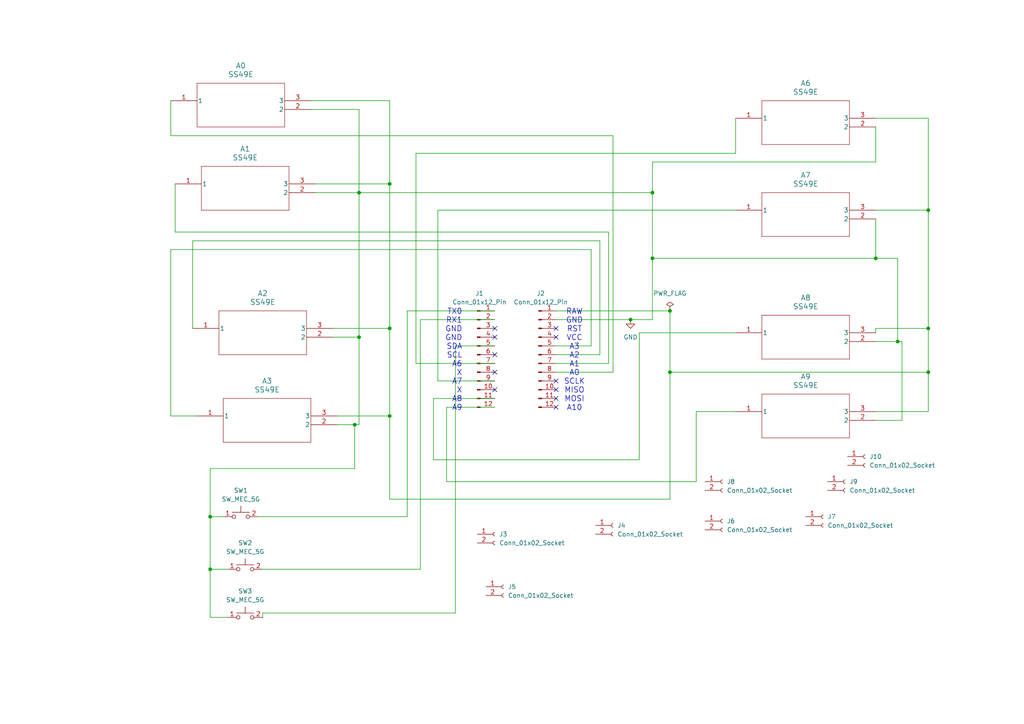
<source format=kicad_sch>
(kicad_sch (version 20231120) (generator "eeschema") (generator_version "8.0")
  (paper "A4")
  (lib_symbols
    (symbol "2024-10-18_22-27-39:SS49E" (pin_names (offset 0.254))
      (property "Reference" "U" (at 20.32 10.16 0))
      (property "Value" "SS49E" (at 20.32 7.62 0))
      (symbol "SS49E_0_1"
        (polyline (pts (xy 7.62 -7.62) (xy 33.02 -7.62)) (stroke (width 0.127)))
        (polyline (pts (xy 7.62 5.08) (xy 7.62 -7.62)) (stroke (width 0.127)))
        (polyline (pts (xy 33.02 -7.62) (xy 33.02 5.08)) (stroke (width 0.127)))
        (polyline (pts (xy 33.02 5.08) (xy 7.62 5.08)) (stroke (width 0.127)))
        (pin unspecified line (at 0 0 0) (length 7.62) (name "1") (number "1"))
        (pin unspecified line (at 40.64 -2.54 180) (length 7.62) (name "2") (number "2"))
        (pin unspecified line (at 40.64 0 180) (length 7.62) (name "3") (number "3"))
      )
    )
    (symbol "Connector:Conn_01x02_Socket" (pin_names (offset 1.016) hide)
      (property "Reference" "J" (at 0 2.54 0))
      (property "Value" "Conn_01x02_Socket" (at 0 -5.08 0))
      (symbol "Conn_01x02_Socket_1_1"
        (arc (start 0 -2.032) (mid -0.5058 -2.54) (end 0 -3.048) (stroke (width 0.1524)))
        (polyline (pts (xy -1.27 -2.54) (xy -0.508 -2.54)) (stroke (width 0.1524)))
        (polyline (pts (xy -1.27 0) (xy -0.508 0)) (stroke (width 0.1524)))
        (arc (start 0 0.508) (mid -0.5058 0) (end 0 -0.508) (stroke (width 0.1524)))
        (pin passive line (at -5.08 0 0) (length 3.81) (name "Pin_1") (number "1"))
        (pin passive line (at -5.08 -2.54 0) (length 3.81) (name "Pin_2") (number "2"))
      )
    )
    (symbol "Connector:Conn_01x12_Pin" (pin_names (offset 1.016) hide)
      (property "Reference" "J" (at 0 15.24 0))
      (property "Value" "Conn_01x12_Pin" (at 0 -17.78 0))
      (symbol "Conn_01x12_Pin_1_1"
        (polyline (pts (xy 1.27 -15.24) (xy 0.8636 -15.24)) (stroke (width 0.1524)))
        (polyline (pts (xy 1.27 -12.7) (xy 0.8636 -12.7)) (stroke (width 0.1524)))
        (polyline (pts (xy 1.27 -10.16) (xy 0.8636 -10.16)) (stroke (width 0.1524)))
        (polyline (pts (xy 1.27 -7.62) (xy 0.8636 -7.62)) (stroke (width 0.1524)))
        (polyline (pts (xy 1.27 -5.08) (xy 0.8636 -5.08)) (stroke (width 0.1524)))
        (polyline (pts (xy 1.27 -2.54) (xy 0.8636 -2.54)) (stroke (width 0.1524)))
        (polyline (pts (xy 1.27 0) (xy 0.8636 0)) (stroke (width 0.1524)))
        (polyline (pts (xy 1.27 2.54) (xy 0.8636 2.54)) (stroke (width 0.1524)))
        (polyline (pts (xy 1.27 5.08) (xy 0.8636 5.08)) (stroke (width 0.1524)))
        (polyline (pts (xy 1.27 7.62) (xy 0.8636 7.62)) (stroke (width 0.1524)))
        (polyline (pts (xy 1.27 10.16) (xy 0.8636 10.16)) (stroke (width 0.1524)))
        (polyline (pts (xy 1.27 12.7) (xy 0.8636 12.7)) (stroke (width 0.1524)))
        (rectangle (start 0.8636 -15.113) (end 0 -15.367) (stroke (width 0.1524)) (fill (type outline)))
        (rectangle (start 0.8636 -12.573) (end 0 -12.827) (stroke (width 0.1524)) (fill (type outline)))
        (rectangle (start 0.8636 -10.033) (end 0 -10.287) (stroke (width 0.1524)) (fill (type outline)))
        (rectangle (start 0.8636 -7.493) (end 0 -7.747) (stroke (width 0.1524)) (fill (type outline)))
        (rectangle (start 0.8636 -4.953) (end 0 -5.207) (stroke (width 0.1524)) (fill (type outline)))
        (rectangle (start 0.8636 -2.413) (end 0 -2.667) (stroke (width 0.1524)) (fill (type outline)))
        (rectangle (start 0.8636 0.127) (end 0 -0.127) (stroke (width 0.1524)) (fill (type outline)))
        (rectangle (start 0.8636 2.667) (end 0 2.413) (stroke (width 0.1524)) (fill (type outline)))
        (rectangle (start 0.8636 5.207) (end 0 4.953) (stroke (width 0.1524)) (fill (type outline)))
        (rectangle (start 0.8636 7.747) (end 0 7.493) (stroke (width 0.1524)) (fill (type outline)))
        (rectangle (start 0.8636 10.287) (end 0 10.033) (stroke (width 0.1524)) (fill (type outline)))
        (rectangle (start 0.8636 12.827) (end 0 12.573) (stroke (width 0.1524)) (fill (type outline)))
        (pin passive line (at 5.08 12.7 180) (length 3.81) (name "Pin_1") (number "1"))
        (pin passive line (at 5.08 -10.16 180) (length 3.81) (name "Pin_10") (number "10"))
        (pin passive line (at 5.08 -12.7 180) (length 3.81) (name "Pin_11") (number "11"))
        (pin passive line (at 5.08 -15.24 180) (length 3.81) (name "Pin_12") (number "12"))
        (pin passive line (at 5.08 10.16 180) (length 3.81) (name "Pin_2") (number "2"))
        (pin passive line (at 5.08 7.62 180) (length 3.81) (name "Pin_3") (number "3"))
        (pin passive line (at 5.08 5.08 180) (length 3.81) (name "Pin_4") (number "4"))
        (pin passive line (at 5.08 2.54 180) (length 3.81) (name "Pin_5") (number "5"))
        (pin passive line (at 5.08 0 180) (length 3.81) (name "Pin_6") (number "6"))
        (pin passive line (at 5.08 -2.54 180) (length 3.81) (name "Pin_7") (number "7"))
        (pin passive line (at 5.08 -5.08 180) (length 3.81) (name "Pin_8") (number "8"))
        (pin passive line (at 5.08 -7.62 180) (length 3.81) (name "Pin_9") (number "9"))
      )
    )
    (symbol "SW_Push_1" (pin_names (offset 1.016) hide)
      (property "Reference" "SW" (at 1.27 2.54 0))
      (property "Value" "SW_Push" (at 0 -1.524 0))
      (symbol "SW_Push_1_0_1"
        (circle (center -2.032 0) (radius 0.508))
        (polyline (pts (xy 0 1.27) (xy 0 3.048)))
        (polyline (pts (xy 2.54 1.27) (xy -2.54 1.27)))
        (circle (center 2.032 0) (radius 0.508))
        (pin passive line (at -5.08 0 0) (length 2.54) (name "1") (number "1"))
        (pin passive line (at 5.08 0 180) (length 2.54) (name "2") (number "2"))
      )
    )
    (symbol "SW_Push_2" (pin_names (offset 1.016) hide)
      (property "Reference" "SW" (at 1.27 2.54 0))
      (property "Value" "SW_Push" (at 0 -1.524 0))
      (symbol "SW_Push_2_0_1"
        (circle (center -2.032 0) (radius 0.508))
        (polyline (pts (xy 0 1.27) (xy 0 3.048)))
        (polyline (pts (xy 2.54 1.27) (xy -2.54 1.27)))
        (circle (center 2.032 0) (radius 0.508))
        (pin passive line (at -5.08 0 0) (length 2.54) (name "1") (number "1"))
        (pin passive line (at 5.08 0 180) (length 2.54) (name "2") (number "2"))
      )
    )
    (symbol "Switch:SW_Push" (pin_names (offset 1.016) hide)
      (property "Reference" "SW" (at 1.27 2.54 0))
      (property "Value" "SW_Push" (at 0 -1.524 0))
      (symbol "SW_Push_0_1"
        (circle (center -2.032 0) (radius 0.508))
        (polyline (pts (xy 0 1.27) (xy 0 3.048)))
        (polyline (pts (xy 2.54 1.27) (xy -2.54 1.27)))
        (circle (center 2.032 0) (radius 0.508))
        (pin passive line (at -5.08 0 0) (length 2.54) (name "1") (number "1"))
        (pin passive line (at 5.08 0 180) (length 2.54) (name "2") (number "2"))
      )
    )
    (symbol "power:GND" (power) (pin_numbers hide) (pin_names (offset 0) hide)
      (property "Value" "GND" (at 0 -3.81 0))
      (symbol "GND_0_1"
        (polyline (pts (xy 0 0) (xy 0 -1.27) (xy 1.27 -1.27) (xy 0 -2.54) (xy -1.27 -1.27) (xy 0 -1.27)))
      )
      (symbol "GND_1_1"
        (pin power_in line (at 0 0 270) (length 0) (name "~") (number "1"))
      )
    )
    (symbol "power:PWR_FLAG" (power) (pin_numbers hide) (pin_names (offset 0) hide)
      (property "Value" "PWR_FLAG" (at 0 3.81 0))
      (symbol "PWR_FLAG_0_0"
        (pin power_out line (at 0 0 90) (length 0) (name "~") (number "1"))
      )
      (symbol "PWR_FLAG_0_1"
        (polyline (pts (xy 0 0) (xy 0 1.27) (xy -1.016 1.905) (xy 0 2.54) (xy 1.016 1.905) (xy 0 1.27)))
      )
    )
  )
  (junction (at 269.24 107.95))
  (junction (at 113.03 95.25))
  (junction (at 60.96 149.86))
  (junction (at 260.35 99.06))
  (junction (at 194.31 107.95))
  (junction (at 113.03 53.34))
  (junction (at 269.24 95.25))
  (junction (at 254 74.93))
  (junction (at 189.23 74.93))
  (junction (at 182.88 92.71))
  (junction (at 113.03 120.65))
  (junction (at 194.31 90.17))
  (junction (at 60.96 165.1))
  (junction (at 189.23 55.88))
  (junction (at 104.14 55.88))
  (junction (at 102.87 123.19))
  (junction (at 269.24 60.96))
  (junction (at 104.14 97.79))
  (no_connect (at 161.29 97.79))
  (no_connect (at 161.29 118.11))
  (no_connect (at 143.51 102.87))
  (no_connect (at 143.51 97.79))
  (no_connect (at 161.29 110.49))
  (no_connect (at 161.29 115.57))
  (no_connect (at 161.29 95.25))
  (no_connect (at 143.51 113.03))
  (no_connect (at 143.51 95.25))
  (no_connect (at 143.51 107.95))
  (no_connect (at 161.29 113.03))
  (wire (pts (xy 129.54 139.7) (xy 201.93 139.7)))
  (wire (pts (xy 113.03 53.34) (xy 91.44 53.34)))
  (wire (pts (xy 102.87 123.19) (xy 102.87 135.89)))
  (wire (pts (xy 254 46.99) (xy 254 36.83)))
  (wire (pts (xy 189.23 55.88) (xy 189.23 74.93)))
  (wire (pts (xy 97.79 123.19) (xy 102.87 123.19)))
  (wire (pts (xy 125.73 133.35) (xy 125.73 115.57)))
  (wire (pts (xy 55.88 69.85) (xy 173.99 69.85)))
  (wire (pts (xy 49.53 29.21) (xy 49.53 39.37)))
  (wire (pts (xy 254 63.5) (xy 254 74.93)))
  (wire (pts (xy 194.31 90.17) (xy 194.31 107.95)))
  (wire (pts (xy 269.24 95.25) (xy 269.24 107.95)))
  (wire (pts (xy 55.88 95.25) (xy 55.88 69.85)))
  (wire (pts (xy 91.44 55.88) (xy 104.14 55.88)))
  (wire (pts (xy 254 34.29) (xy 269.24 34.29)))
  (wire (pts (xy 269.24 107.95) (xy 194.31 107.95)))
  (wire (pts (xy 261.62 121.92) (xy 261.62 99.06)))
  (wire (pts (xy 49.53 39.37) (xy 177.8 39.37)))
  (wire (pts (xy 97.79 120.65) (xy 113.03 120.65)))
  (wire (pts (xy 185.42 96.52) (xy 185.42 133.35)))
  (wire (pts (xy 254 119.38) (xy 269.24 119.38)))
  (wire (pts (xy 120.65 105.41) (xy 143.51 105.41)))
  (wire (pts (xy 201.93 119.38) (xy 213.36 119.38)))
  (wire (pts (xy 185.42 133.35) (xy 125.73 133.35)))
  (wire (pts (xy 113.03 53.34) (xy 113.03 29.21)))
  (wire (pts (xy 60.96 179.07) (xy 60.96 165.1)))
  (wire (pts (xy 118.11 90.17) (xy 143.51 90.17)))
  (wire (pts (xy 127 110.49) (xy 127 60.96)))
  (wire (pts (xy 49.53 120.65) (xy 57.15 120.65)))
  (wire (pts (xy 132.08 100.33) (xy 132.08 177.8)))
  (wire (pts (xy 113.03 120.65) (xy 113.03 95.25)))
  (wire (pts (xy 189.23 46.99) (xy 254 46.99)))
  (wire (pts (xy 104.14 55.88) (xy 189.23 55.88)))
  (wire (pts (xy 213.36 96.52) (xy 185.42 96.52)))
  (wire (pts (xy 113.03 120.65) (xy 113.03 144.78)))
  (wire (pts (xy 176.53 67.31) (xy 176.53 105.41)))
  (wire (pts (xy 113.03 29.21) (xy 90.17 29.21)))
  (wire (pts (xy 127 110.49) (xy 143.51 110.49)))
  (wire (pts (xy 161.29 107.95) (xy 177.8 107.95)))
  (wire (pts (xy 121.92 92.71) (xy 143.51 92.71)))
  (wire (pts (xy 269.24 60.96) (xy 269.24 95.25)))
  (wire (pts (xy 269.24 34.29) (xy 269.24 60.96)))
  (wire (pts (xy 171.45 72.39) (xy 171.45 100.33)))
  (wire (pts (xy 161.29 100.33) (xy 171.45 100.33)))
  (wire (pts (xy 161.29 90.17) (xy 194.31 90.17)))
  (wire (pts (xy 194.31 144.78) (xy 194.31 107.95)))
  (wire (pts (xy 269.24 107.95) (xy 269.24 119.38)))
  (wire (pts (xy 261.62 99.06) (xy 260.35 99.06)))
  (wire (pts (xy 125.73 115.57) (xy 143.51 115.57)))
  (wire (pts (xy 269.24 60.96) (xy 254 60.96)))
  (wire (pts (xy 64.77 149.86) (xy 60.96 149.86)))
  (wire (pts (xy 66.04 179.07) (xy 60.96 179.07)))
  (wire (pts (xy 113.03 95.25) (xy 96.52 95.25)))
  (wire (pts (xy 127 60.96) (xy 213.36 60.96)))
  (wire (pts (xy 129.54 118.11) (xy 143.51 118.11)))
  (wire (pts (xy 102.87 123.19) (xy 104.14 123.19)))
  (wire (pts (xy 254 99.06) (xy 260.35 99.06)))
  (wire (pts (xy 260.35 99.06) (xy 260.35 74.93)))
  (wire (pts (xy 129.54 118.11) (xy 129.54 139.7)))
  (wire (pts (xy 60.96 149.86) (xy 60.96 135.89)))
  (wire (pts (xy 201.93 139.7) (xy 201.93 119.38)))
  (wire (pts (xy 171.45 72.39) (xy 49.53 72.39)))
  (wire (pts (xy 161.29 92.71) (xy 182.88 92.71)))
  (wire (pts (xy 189.23 74.93) (xy 189.23 92.71)))
  (wire (pts (xy 113.03 144.78) (xy 194.31 144.78)))
  (wire (pts (xy 50.8 67.31) (xy 176.53 67.31)))
  (wire (pts (xy 173.99 69.85) (xy 173.99 102.87)))
  (wire (pts (xy 60.96 149.86) (xy 60.96 165.1)))
  (wire (pts (xy 121.92 165.1) (xy 76.2 165.1)))
  (wire (pts (xy 104.14 55.88) (xy 104.14 97.79)))
  (wire (pts (xy 254 121.92) (xy 261.62 121.92)))
  (wire (pts (xy 260.35 74.93) (xy 254 74.93)))
  (wire (pts (xy 161.29 102.87) (xy 173.99 102.87)))
  (wire (pts (xy 161.29 105.41) (xy 176.53 105.41)))
  (wire (pts (xy 189.23 55.88) (xy 189.23 46.99)))
  (wire (pts (xy 182.88 92.71) (xy 189.23 92.71)))
  (wire (pts (xy 118.11 90.17) (xy 118.11 149.86)))
  (wire (pts (xy 120.65 44.45) (xy 120.65 105.41)))
  (wire (pts (xy 113.03 95.25) (xy 113.03 53.34)))
  (wire (pts (xy 90.17 31.75) (xy 104.14 31.75)))
  (wire (pts (xy 104.14 97.79) (xy 104.14 123.19)))
  (wire (pts (xy 132.08 177.8) (xy 76.2 177.8)))
  (wire (pts (xy 49.53 72.39) (xy 49.53 120.65)))
  (wire (pts (xy 213.36 44.45) (xy 120.65 44.45)))
  (wire (pts (xy 50.8 53.34) (xy 50.8 67.31)))
  (wire (pts (xy 121.92 92.71) (xy 121.92 165.1)))
  (wire (pts (xy 189.23 74.93) (xy 254 74.93)))
  (wire (pts (xy 118.11 149.86) (xy 74.93 149.86)))
  (wire (pts (xy 60.96 165.1) (xy 66.04 165.1)))
  (wire (pts (xy 104.14 31.75) (xy 104.14 55.88)))
  (wire (pts (xy 132.08 100.33) (xy 143.51 100.33)))
  (wire (pts (xy 254 95.25) (xy 254 96.52)))
  (wire (pts (xy 269.24 95.25) (xy 254 95.25)))
  (wire (pts (xy 177.8 39.37) (xy 177.8 107.95)))
  (wire (pts (xy 76.2 177.8) (xy 76.2 179.07)))
  (wire (pts (xy 213.36 34.29) (xy 213.36 44.45)))
  (wire (pts (xy 96.52 97.79) (xy 104.14 97.79)))
  (wire (pts (xy 60.96 135.89) (xy 102.87 135.89)))
  (text "TX0\nRX1\nGND\nGND\nSDA\nSCL\nA6\nX\nA7\nX\nA8\nA9" (at 134.112 104.394 0) (effects (font (size 1.5748 1.5748)) (justify right)))
  (text "RAW\nGND\nRST\nVCC\nA3\nA2\nA1\nA0\nSCLK\nMISO\nMOSI\nA10" (at 166.624 104.394 0) (effects (font (size 1.5748 1.5748))))
  (symbol (lib_id "power:GND") (at 182.88 92.71 0) (unit 1)
    (property "Reference" "#PWR02" (effects (hide yes)))
    (property "Value" "GND" (at 182.88 97.79 0))
    (property "Description" "Power symbol creates a global label with name \"GND\" , ground" (effects (hide yes)))
  )
  (symbol (lib_id "2024-10-18_22-27-39:SS49E") (at 49.53 29.21 0) (unit 1)
    (property "Reference" "A0" (at 69.85 19.05 0) (effects (font (size 1.524 1.524))))
    (property "Value" "SS49E" (at 69.85 21.59 0) (effects (font (size 1.524 1.524))))
    (property "Footprint" "Package_TO_SOT_THT:TO-92Flat" (effects (hide yes)))
    (property "Datasheet" "SS49E" (effects (hide yes)))
  )
  (symbol (lib_id "2024-10-18_22-27-39:SS49E") (at 213.36 34.29 0) (unit 1)
    (property "Reference" "A6" (at 233.68 24.13 0) (effects (font (size 1.524 1.524))))
    (property "Value" "SS49E" (at 233.68 26.67 0) (effects (font (size 1.524 1.524))))
    (property "Footprint" "Package_TO_SOT_THT:TO-92Flat" (effects (hide yes)))
    (property "Datasheet" "SS49E" (effects (hide yes)))
  )
  (symbol (lib_id "Connector:Conn_01x02_Socket") (at 238.76 149.86 0) (unit 1)
    (property "Reference" "J7" (at 240.03 149.8599 0) (effects (justify left)))
    (property "Value" "Conn_01x02_Socket" (at 240.03 152.3999 0) (effects (justify left)))
    (property "Footprint" "Connector_JST:JST_EH_B2B-EH-A_1x02_P2.50mm_Vertical" (effects (hide yes)))
    (property "Description" "Generic connector, single row, 01x02, script generated" (effects (hide yes)))
  )
  (symbol (lib_id "2024-10-18_22-27-39:SS49E") (at 213.36 96.52 0) (unit 1)
    (property "Reference" "A8" (at 233.68 86.36 0) (effects (font (size 1.524 1.524))))
    (property "Value" "SS49E" (at 233.68 88.9 0) (effects (font (size 1.524 1.524))))
    (property "Footprint" "Package_TO_SOT_THT:TO-92Flat" (effects (hide yes)))
    (property "Datasheet" "SS49E" (effects (hide yes)))
  )
  (symbol (lib_id "2024-10-18_22-27-39:SS49E") (at 57.15 120.65 0) (unit 1)
    (property "Reference" "A3" (at 77.47 110.49 0) (effects (font (size 1.524 1.524))))
    (property "Value" "SS49E" (at 77.47 113.03 0) (effects (font (size 1.524 1.524))))
    (property "Footprint" "Package_TO_SOT_THT:TO-92Flat" (effects (hide yes)))
    (property "Datasheet" "SS49E" (effects (hide yes)))
  )
  (symbol (lib_id "Connector:Conn_01x12_Pin") (at 138.43 102.87 0) (unit 1)
    (property "Reference" "J1" (at 139.065 85.09 0))
    (property "Value" "Conn_01x12_Pin" (at 139.065 87.63 0))
    (property "Footprint" "Connector_PinHeader_2.54mm:PinHeader_1x12_P2.54mm_Vertical" (effects (hide yes)))
    (property "Description" "Generic connector, single row, 01x12, script generated" (effects (hide yes)))
  )
  (symbol (lib_name "SW_Push_2") (lib_id "Switch:SW_Push") (at 71.12 165.1 0) (unit 1)
    (property "Reference" "SW2" (at 71.12 157.48 0))
    (property "Value" "SW_MEC_5G" (at 71.12 160.02 0))
    (property "Footprint" "Button_Switch_THT:SW_Tactile_SKHH_Angled" (effects (hide yes)))
    (property "Datasheet" "http://www.apem.com/int/index.php?controller=attachment&id_attachment=488" (effects (hide yes)))
    (property "Description" "MEC 5G single pole normally-open tactile switch" (effects (hide yes)))
  )
  (symbol (lib_id "2024-10-18_22-27-39:SS49E") (at 55.88 95.25 0) (unit 1)
    (property "Reference" "A2" (at 76.2 85.09 0) (effects (font (size 1.524 1.524))))
    (property "Value" "SS49E" (at 76.2 87.63 0) (effects (font (size 1.524 1.524))))
    (property "Footprint" "Package_TO_SOT_THT:TO-92Flat" (effects (hide yes)))
    (property "Datasheet" "SS49E" (effects (hide yes)))
  )
  (symbol (lib_id "Connector:Conn_01x02_Socket") (at 245.11 139.7 0) (unit 1)
    (property "Reference" "J9" (at 246.38 139.6999 0) (effects (justify left)))
    (property "Value" "Conn_01x02_Socket" (at 246.38 142.2399 0) (effects (justify left)))
    (property "Footprint" "Connector_JST:JST_EH_B2B-EH-A_1x02_P2.50mm_Vertical" (effects (hide yes)))
    (property "Description" "Generic connector, single row, 01x02, script generated" (effects (hide yes)))
  )
  (symbol (lib_id "Switch:SW_Push") (at 71.12 179.07 0) (unit 1)
    (property "Reference" "SW3" (at 71.12 171.45 0))
    (property "Value" "SW_MEC_5G" (at 71.12 173.99 0))
    (property "Footprint" "Button_Switch_THT:SW_Tactile_SKHH_Angled" (effects (hide yes)))
    (property "Datasheet" "http://www.apem.com/int/index.php?controller=attachment&id_attachment=488" (effects (hide yes)))
    (property "Description" "MEC 5G single pole normally-open tactile switch" (effects (hide yes)))
  )
  (symbol (lib_id "Connector:Conn_01x02_Socket") (at 250.9099 132.4258 0) (unit 1)
    (property "Reference" "J10" (at 252.1799 132.4257 0) (effects (justify left)))
    (property "Value" "Conn_01x02_Socket" (at 252.1799 134.9657 0) (effects (justify left)))
    (property "Footprint" "Connector_JST:JST_EH_B2B-EH-A_1x02_P2.50mm_Vertical" (effects (hide yes)))
    (property "Description" "Generic connector, single row, 01x02, script generated" (effects (hide yes)))
  )
  (symbol (lib_id "Connector:Conn_01x02_Socket") (at 146.05 170.18 0) (unit 1)
    (property "Reference" "J5" (at 147.32 170.1799 0) (effects (justify left)))
    (property "Value" "Conn_01x02_Socket" (at 147.32 172.7199 0) (effects (justify left)))
    (property "Footprint" "Connector_JST:JST_EH_B2B-EH-A_1x02_P2.50mm_Vertical" (effects (hide yes)))
    (property "Description" "Generic connector, single row, 01x02, script generated" (effects (hide yes)))
  )
  (symbol (lib_id "Connector:Conn_01x02_Socket") (at 209.55 151.13 0) (unit 1)
    (property "Reference" "J6" (at 210.82 151.1299 0) (effects (justify left)))
    (property "Value" "Conn_01x02_Socket" (at 210.82 153.6699 0) (effects (justify left)))
    (property "Footprint" "Connector_JST:JST_EH_B2B-EH-A_1x02_P2.50mm_Vertical" (effects (hide yes)))
    (property "Description" "Generic connector, single row, 01x02, script generated" (effects (hide yes)))
  )
  (symbol (lib_id "Connector:Conn_01x02_Socket") (at 143.51 154.94 0) (unit 1)
    (property "Reference" "J3" (at 144.78 154.9399 0) (effects (justify left)))
    (property "Value" "Conn_01x02_Socket" (at 144.78 157.4799 0) (effects (justify left)))
    (property "Footprint" "Connector_JST:JST_EH_B2B-EH-A_1x02_P2.50mm_Vertical" (effects (hide yes)))
    (property "Description" "Generic connector, single row, 01x02, script generated" (effects (hide yes)))
  )
  (symbol (lib_id "2024-10-18_22-27-39:SS49E") (at 50.8 53.34 0) (unit 1)
    (property "Reference" "A1" (at 71.12 43.18 0) (effects (font (size 1.524 1.524))))
    (property "Value" "SS49E" (at 71.12 45.72 0) (effects (font (size 1.524 1.524))))
    (property "Footprint" "Package_TO_SOT_THT:TO-92Flat" (effects (hide yes)))
    (property "Datasheet" "SS49E" (effects (hide yes)))
  )
  (symbol (lib_id "Connector:Conn_01x12_Pin") (at 156.21 102.87 0) (unit 1)
    (property "Reference" "J2" (at 156.845 85.09 0))
    (property "Value" "Conn_01x12_Pin" (at 156.845 87.63 0))
    (property "Footprint" "Connector_PinHeader_2.54mm:PinHeader_1x12_P2.54mm_Vertical" (effects (hide yes)))
    (property "Description" "Generic connector, single row, 01x12, script generated" (effects (hide yes)))
  )
  (symbol (lib_name "SW_Push_1") (lib_id "Switch:SW_Push") (at 69.85 149.86 0) (unit 1)
    (property "Reference" "SW1" (at 69.85 142.24 0))
    (property "Value" "SW_MEC_5G" (at 69.85 144.78 0))
    (property "Footprint" "Button_Switch_THT:SW_Tactile_SKHH_Angled" (effects (hide yes)))
    (property "Description" "Push button switch, generic, two pins" (effects (hide yes)))
  )
  (symbol (lib_id "2024-10-18_22-27-39:SS49E") (at 213.36 60.96 0) (unit 1)
    (property "Reference" "A7" (at 233.68 50.8 0) (effects (font (size 1.524 1.524))))
    (property "Value" "SS49E" (at 233.68 53.34 0) (effects (font (size 1.524 1.524))))
    (property "Footprint" "Package_TO_SOT_THT:TO-92Flat" (effects (hide yes)))
    (property "Datasheet" "SS49E" (effects (hide yes)))
  )
  (symbol (lib_id "Connector:Conn_01x02_Socket") (at 209.55 139.7 0) (unit 1)
    (property "Reference" "J8" (at 210.82 139.6999 0) (effects (justify left)))
    (property "Value" "Conn_01x02_Socket" (at 210.82 142.2399 0) (effects (justify left)))
    (property "Footprint" "Connector_JST:JST_EH_B2B-EH-A_1x02_P2.50mm_Vertical" (effects (hide yes)))
    (property "Description" "Generic connector, single row, 01x02, script generated" (effects (hide yes)))
  )
  (symbol (lib_id "Connector:Conn_01x02_Socket") (at 177.8 152.4 0) (unit 1)
    (property "Reference" "J4" (at 179.07 152.3999 0) (effects (justify left)))
    (property "Value" "Conn_01x02_Socket" (at 179.07 154.9399 0) (effects (justify left)))
    (property "Footprint" "Connector_JST:JST_EH_B2B-EH-A_1x02_P2.50mm_Vertical" (effects (hide yes)))
    (property "Description" "Generic connector, single row, 01x02, script generated" (effects (hide yes)))
  )
  (symbol (lib_id "power:PWR_FLAG") (at 194.31 90.17 0) (unit 1)
    (property "Reference" "#FLG01" (effects (hide yes)))
    (property "Value" "PWR_FLAG" (at 194.31 85.09 0))
    (property "Description" "Special symbol for telling ERC where power comes from" (effects (hide yes)))
  )
  (symbol (lib_id "2024-10-18_22-27-39:SS49E") (at 213.36 119.38 0) (unit 1)
    (property "Reference" "A9" (at 233.68 109.22 0) (effects (font (size 1.524 1.524))))
    (property "Value" "SS49E" (at 233.68 111.76 0) (effects (font (size 1.524 1.524))))
    (property "Footprint" "Package_TO_SOT_THT:TO-92Flat" (effects (hide yes)))
    (property "Datasheet" "SS49E" (effects (hide yes)))
  )
)
</source>
